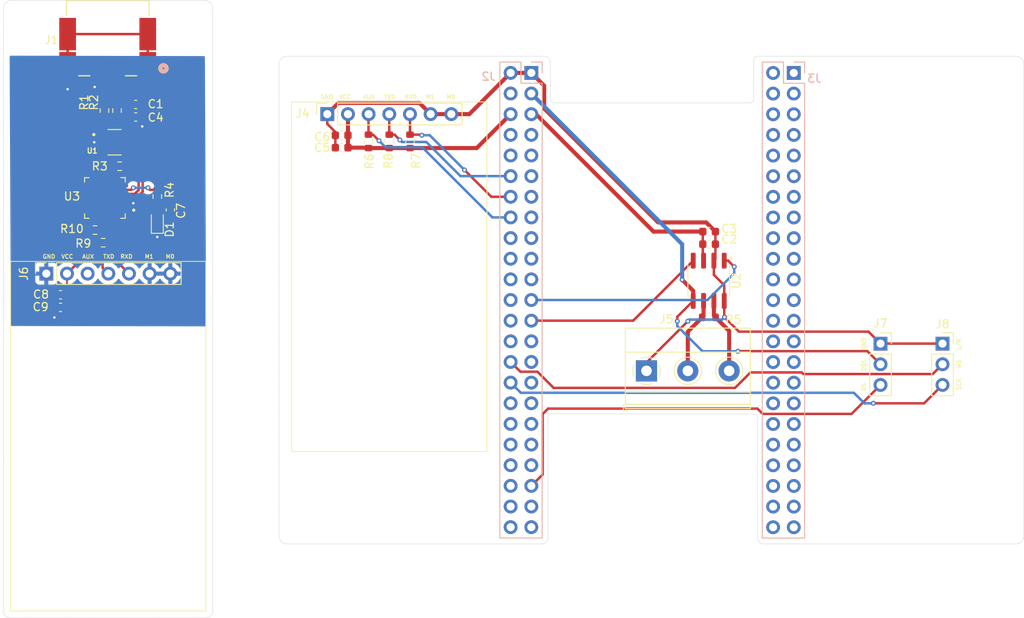
<source format=kicad_pcb>
(kicad_pcb (version 20240108) (generator "pcbnew") (generator_version "8.0")
  (layers (0 "F.Cu" signal) (31 "B.Cu" signal) (34 "B.Paste" user) (35 "F.Paste" user) (36 "B.SilkS" user "B.Silkscreen") (37 "F.SilkS" user "F.Silkscreen") (38 "B.Mask" user) (39 "F.Mask" user) (44 "Edge.Cuts" user))
  (net 0 "")
  (net 1 "/DGND")
  (net 2 "/VDD_5VL")
  (net 3 "/CANH")
  (net 4 "/CANL")
  (net 5 "/VDD_5VR")
  (net 6 "/MIC_SD")
  (net 7 "/LoRa_AUX")
  (net 8 "/MIC_WS")
  (net 9 "/CAN0_RXD")
  (net 10 "/MIC_SCK")
  (net 11 "/CAN0_TXD")
  (net 12 "/LoRa_RX")
  (net 13 "/LoRa_TX")
  (net 47 "/VBUS")
  (net 48 "/VDD_3V3R")
  (net 49 "/RXD")
  (net 50 "/TXD")
  (net 51 "/USB_D-")
  (net 52 "/RED_LED")
  (net 53 "/USB_D+")
  (net 54 "Net-(D1-A)")
  (net 55 "/CP_D+")
  (net 56 "/CP_D-")
  (net 104 "Net-(U3-~{RST})")
  (net 124 "GND")
  (net 125 "Net-(J1-D+)")
  (net 127 "Net-(J1-D-)")
  (footprint "Resistor_SMD:R_0603_1608Metric" (layer "F.Cu") (at 139.65 69.775 90)
    (property "Reference" "R6")
    (property "Value" "4k7")
  )
  (footprint "Connector_PinSocket_2.54mm:PinSocket_1x07_P2.54mm_Vertical" (layer "F.Cu") (at 134.585 66.425 90)
    (property "Reference" "J4")
    (property "Value" "Conn_01x07_Socket")
  )
  (footprint "Capacitor_SMD:C_0603_1608Metric" (layer "F.Cu") (at 181.51 80.875)
    (property "Reference" "C3")
    (property "Value" "0.1uF")
  )
  (footprint "Capacitor_SMD:C_0603_1608Metric" (layer "F.Cu") (at 101.8 88.65)
    (property "Reference" "C8")
    (property "Value" "4.7uF")
  )
  (footprint "Resistor_SMD:R_0603_1608Metric" (layer "F.Cu") (at 144.75 69.775 90)
    (property "Reference" "R7")
    (property "Value" "4k7")
  )
  (footprint "Capacitor_SMD:C_0603_1608Metric" (layer "F.Cu") (at 181.51 82.425)
    (property "Reference" "C2")
    (property "Value" "0.1uF")
  )
  (footprint "Resistor_SMD:R_0603_1608Metric" (layer "F.Cu") (at 106.0425 80.6875)
    (property "Reference" "R10")
    (property "Value" "4k7")
  )
  (footprint "Resistor_SMD:R_0603_1608Metric" (layer "F.Cu") (at 108.7425 65.9875 90)
    (property "Reference" "R1")
    (property "Value" "22")
  )
  (footprint "Connector_PinSocket_2.54mm:PinSocket_1x03_P2.54mm_Vertical" (layer "F.Cu") (at 210.2 94.655)
    (property "Reference" "J8")
    (property "Value" "Conn_01x03_Socket" (hide yes))
  )
  (footprint "Capacitor_SMD:C_0603_1608Metric" (layer "F.Cu") (at 115.2925 78.2125 -90)
    (property "Reference" "C7")
    (property "Value" "0.1uF")
  )
  (footprint "565790576:56579-0576_MOL" (layer "F.Cu") (at 107.5925 57.0875 180)
    (property "Reference" "J1")
    (property "Value" "565790576")
  )
  (footprint "Resistor_SMD:R_0603_1608Metric" (layer "F.Cu") (at 107.1925 65.9875 -90)
    (property "Reference" "R2")
    (property "Value" "22")
  )
  (footprint "USBLC6-2SC6:SOT95P280X145-6N" (layer "F.Cu") (at 108.4425 69.8875)
    (property "Reference" "U1")
    (property "Value" "USBLC6-2SC6")
  )
  (footprint "TerminalBlock_Phoenix:TerminalBlock_Phoenix_MKDS-1,5-3-5.08_1x03_P5.08mm_Horizontal" (layer "F.Cu") (at 173.815 98.005)
    (property "Reference" "J5")
    (property "Value" "Screw_Terminal_01x03")
  )
  (footprint "Capacitor_SMD:C_0603_1608Metric" (layer "F.Cu") (at 101.8 90.2)
    (property "Reference" "C9")
    (property "Value" "4.7uF")
  )
  (footprint "Package_SO:SOIC-8_3.9x4.9mm_P1.27mm" (layer "F.Cu") (at 181.465 86.925 -90)
    (property "Reference" "U2")
    (property "Value" "TJA1051T-3")
  )
  (footprint "Capacitor_SMD:C_0603_1608Metric" (layer "F.Cu") (at 111.0425 65.2375)
    (property "Reference" "C1")
    (property "Value" "0.1uF")
  )
  (footprint "LED_SMD:LED_0603_1608Metric" (layer "F.Cu") (at 113.6925 79.6 90)
    (property "Reference" "D1")
    (property "Value" "LED")
  )
  (footprint "Resistor_SMD:R_0603_1608Metric" (layer "F.Cu") (at 113.6925 76.5625 -90)
    (property "Reference" "R4")
    (property "Value" "220")
  )
  (footprint "Resistor_SMD:R_0603_1608Metric" (layer "F.Cu") (at 181.485 91.425 180)
    (property "Reference" "R5")
    (property "Value" "120")
  )
  (footprint "Connector_PinSocket_2.54mm:PinSocket_1x03_P2.54mm_Vertical" (layer "F.Cu") (at 202.58 94.66)
    (property "Reference" "J7")
    (property "Value" "Conn_01x03_Socket" (hide yes))
  )
  (footprint "CP2102:QFN50P500X500X100-29N" (layer "F.Cu") (at 107.2525 76.7375 180)
    (property "Reference" "U3")
    (property "Value" "CP2102")
  )
  (footprint "Capacitor_SMD:C_0603_1608Metric" (layer "F.Cu") (at 111.0425 66.7875)
    (property "Reference" "C4")
    (property "Value" "0.1uF")
  )
  (footprint "Connector_PinSocket_2.54mm:PinSocket_1x07_P2.54mm_Vertical" (layer "F.Cu") (at 100.05 86.045 90)
    (property "Reference" "J6")
    (property "Value" "Conn_01x07_Socket")
  )
  (footprint "Resistor_SMD:R_0603_1608Metric" (layer "F.Cu") (at 109.0675 72.8375 180)
    (property "Reference" "R3")
    (property "Value" "4.7k")
  )
  (footprint "Resistor_SMD:R_0603_1608Metric" (layer "F.Cu") (at 107.0425 82.2375)
    (property "Reference" "R9")
    (property "Value" "4k7")
  )
  (footprint "Capacitor_SMD:C_0603_1608Metric" (layer "F.Cu") (at 136.35 70.55)
    (property "Reference" "C5")
    (property "Value" "0.1uF")
  )
  (footprint "Capacitor_SMD:C_0603_1608Metric" (layer "F.Cu") (at 136.35 69.025)
    (property "Reference" "C6")
    (property "Value" "0.1uF")
  )
  (footprint "Resistor_SMD:R_0603_1608Metric" (layer "F.Cu") (at 142.2 69.775 90)
    (property "Reference" "R8")
    (property "Value" "4k7")
  )
  (footprint "Connector_PinHeader_2.54mm:PinHeader_2x23_P2.54mm_Vertical" (layer "B.Cu") (at 191.919661 61.362621 180)
    (property "Reference" "J3")
    (property "Value" "Conn_02x23_Odd_Even" (hide yes))
  )
  (footprint "Connector_PinHeader_2.54mm:PinHeader_2x23_P2.54mm_Vertical" (layer "B.Cu") (at 159.659661 61.352621 180)
    (property "Reference" "J2")
    (property "Value" "Conn_02x23_Odd_Even" (hide yes))
  )
  (gr_line (start 130.2 107.925) (end 130.2 64.925) (stroke (width 0.1)) (layer "F.SilkS"))
  (gr_line (start 95.65 84.545) (end 119.65 84.545) (stroke (width 0.1)) (layer "F.SilkS"))
  (gr_line (start 119.65 84.545) (end 119.65 127.545) (stroke (width 0.1)) (layer "F.SilkS"))
  (gr_line (start 95.65 127.545) (end 95.65 84.545) (stroke (width 0.1)) (layer "F.SilkS"))
  (gr_line (start 119.65 127.545) (end 95.65 127.545) (stroke (width 0.1)) (layer "F.SilkS"))
  (gr_line (start 154.2 107.925) (end 130.2 107.925) (stroke (width 0.1)) (layer "F.SilkS"))
  (gr_line (start 130.2 64.925) (end 154.2 64.925) (stroke (width 0.1)) (layer "F.SilkS"))
  (gr_line (start 154.2 64.925) (end 154.2 107.925) (stroke (width 0.1)) (layer "F.SilkS"))
  (gr_arc (start 220.2 118.3) (mid 219.907107 119.007107) (end 219.2 119.3) (stroke (width 0.05)) (layer "Edge.Cuts"))
  (gr_line (start 186.496447 65.05) (end 186.2 65.05) (stroke (width 0.05)) (layer "Edge.Cuts"))
  (gr_line (start 193.2 119.3) (end 188.2 119.3) (stroke (width 0.05)) (layer "Edge.Cuts"))
  (gr_line (start 94.8 124.895) (end 94.8 127.545) (stroke (width 0.05)) (layer "Edge.Cuts"))
  (gr_line (start 120.5 119.995) (end 120.5 117.595) (stroke (width 0.05)) (layer "Edge.Cuts"))
  (gr_line (start 128.65 63.675) (end 128.65 65.325) (stroke (width 0.05)) (layer "Edge.Cuts"))
  (gr_arc (start 186.996447 64.55) (mid 186.85 64.903553) (end 186.496447 65.05) (stroke (width 0.05)) (layer "Edge.Cuts"))
  (gr_line (start 94.8 109.195) (end 94.8 113.295) (stroke (width 0.05)) (layer "Edge.Cuts"))
  (gr_arc (start 186.95 103.3) (mid 187.303553 103.446447) (end 187.45 103.8) (stroke (width 0.05)) (layer "Edge.Cuts"))
  (gr_line (start 94.8 127.545) (end 94.8 127.595) (stroke (width 0.05)) (layer "Edge.Cuts"))
  (gr_line (start 135.95 119.3) (end 146.2 119.3) (stroke (width 0.05)) (layer "Edge.Cuts"))
  (gr_line (start 109.7 128.395) (end 113.9 128.395) (stroke (width 0.05)) (layer "Edge.Cuts"))
  (gr_line (start 128.65 85.225) (end 128.65 87.475) (stroke (width 0.05)) (layer "Edge.Cuts"))
  (gr_line (start 187.45 103.8) (end 187.45 105.8) (stroke (width 0.05)) (layer "Edge.Cuts"))
  (gr_line (start 120.4925 53.4375) (end 120.5 56.795) (stroke (width 0.05)) (layer "Edge.Cuts"))
  (gr_line (start 120.5 79.095) (end 120.5 64.195) (stroke (width 0.05)) (layer "Edge.Cuts"))
  (gr_line (start 94.8 98.945) (end 94.8 104.195) (stroke (width 0.05)) (layer "Edge.Cuts"))
  (gr_line (start 206.9 59.3) (end 209.15 59.3) (stroke (width 0.05)) (layer "Edge.Cuts"))
  (gr_line (start 94.8 108.695) (end 94.8 109.195) (stroke (width 0.05)) (layer "Edge.Cuts"))
  (gr_line (start 220.2 61.45) (end 220.2 60.3) (stroke (width 0.05)) (layer "Edge.Cuts"))
  (gr_line (start 158.575 59.3) (end 151.825 59.3) (stroke (width 0.05)) (layer "Edge.Cuts"))
  (gr_arc (start 128.65 60.3) (mid 128.942893 59.592893) (end 129.65 59.3) (stroke (width 0.05)) (layer "Edge.Cuts"))
  (gr_line (start 195.45 59.3) (end 201.4 59.3) (stroke (width 0.05)) (layer "Edge.Cuts"))
  (gr_line (start 128.65 80.475) (end 128.65 85.225) (stroke (width 0.05)) (layer "Edge.Cuts"))
  (gr_line (start 128.65 76.825) (end 128.65 80.475) (stroke (width 0.05)) (layer "Edge.Cuts"))
  (gr_line (start 209.15 59.3) (end 211.15 59.3) (stroke (width 0.05)) (layer "Edge.Cuts"))
  (gr_arc (start 94.788231 53.43) (mid 95.118625 52.692849) (end 95.885003 52.437472) (stroke (width 0.05)) (layer "Edge.Cuts"))
  (gr_line (start 187 59.8) (end 187 60.05) (stroke (width 0.05)) (layer "Edge.Cuts"))
  (gr_arc (start 161.7 118.55) (mid 161.48033 119.08033) (end 160.95 119.3) (stroke (width 0.05)) (layer "Edge.Cuts"))
  (gr_line (start 128.65 100.125) (end 128.65 103.125) (stroke (width 0.05)) (layer "Edge.Cuts"))
  (gr_line (start 128.65 103.125) (end 128.65 105.875) (stroke (width 0.05)) (layer "Edge.Cuts"))
  (gr_line (start 220.2 82.6) (end 220.2 87) (stroke (width 0.05)) (layer "Edge.Cuts"))
  (gr_line (start 187.95 59.3) (end 187.503553 59.303553) (stroke (width 0.05)) (layer "Edge.Cuts"))
  (gr_line (start 128.647931 61.125) (end 128.65 62.525) (stroke (width 0.05)) (layer "Edge.Cuts"))
  (gr_arc (start 161.7 103.8) (mid 161.846447 103.446447) (end 162.2 103.3) (stroke (width 0.05)) (layer "Edge.Cuts"))
  (gr_line (start 98.25 128.395) (end 102.55 128.395) (stroke (width 0.05)) (layer "Edge.Cuts"))
  (gr_line (start 94.8 117.595) (end 94.8 118.645) (stroke (width 0.05)) (layer "Edge.Cuts"))
  (gr_arc (start 129.65 119.3) (mid 128.942893 119.007107) (end 128.65 118.3) (stroke (width 0.05)) (layer "Edge.Cuts"))
  (gr_line (start 211.9 59.3) (end 219.05 59.3) (stroke (width 0.05)) (layer "Edge.Cuts"))
  (gr_arc (start 187.003553 59.803553) (mid 187.15 59.45) (end 187.503553 59.303553) (stroke (width 0.05)) (layer "Edge.Cuts"))
  (gr_line (start 128.65 66.875) (end 128.65 69.925) (stroke (width 0.05)) (layer "Edge.Cuts"))
  (gr_line (start 205.95 119.3) (end 213.05 119.3) (stroke (width 0.05)) (layer "Edge.Cuts"))
  (gr_arc (start 219.2 59.3) (mid 219.907107 59.592893) (end 220.2 60.3) (stroke (width 0.05)) (layer "Edge.Cuts"))
  (gr_line (start 120.5 100.195) (end 120.5 92.595) (stroke (width 0.05)) (layer "Edge.Cuts"))
  (gr_line (start 161.7 103.8) (end 161.7 104.55) (stroke (width 0.05)) (layer "Edge.Cuts"))
  (gr_line (start 94.8 104.195) (end 94.8 108.695) (stroke (width 0.05)) (layer "Edge.Cuts"))
  (gr_line (start 211.15 59.3) (end 211.9 59.3) (stroke (width 0.05)) (layer "Edge.Cuts"))
  (gr_line (start 128.65 87.475) (end 128.65 90.825) (stroke (width 0.05)) (layer "Edge.Cuts"))
  (gr_line (start 128.65 65.325) (end 128.65 66.875) (stroke (width 0.05)) (layer "Edge.Cuts"))
  (gr_line (start 128.65 73.125) (end 128.65 75.025) (stroke (width 0.05)) (layer "Edge.Cuts"))
  (gr_line (start 94.788231 53.43) (end 94.795731 56.795) (stroke (width 0.05)) (layer "Edge.Cuts"))
  (gr_line (start 120.5 86.445) (end 120.5 79.095) (stroke (width 0.05)) (layer "Edge.Cuts"))
  (gr_line (start 100.5925 52.4375) (end 119.4925 52.4375) (stroke (width 0.05)) (layer "Edge.Cuts"))
  (gr_line (start 94.8 88.795) (end 94.8 91.895) (stroke (width 0.05)) (layer "Edge.Cuts"))
  (gr_line (start 135.947931 59.3) (end 129.65 59.3) (stroke (width 0.05)) (layer "Edge.Cuts"))
  (gr_line (start 186.2 65.05) (end 162.7 65.05) (stroke (width 0.05)) (layer "Edge.Cuts"))
  (gr_line (start 120.5 109.845) (end 120.5 108.245) (stroke (width 0.05)) (layer "Edge.Cuts"))
  (gr_line (start 105.45 128.395) (end 109.7 128.395) (stroke (width 0.05)) (layer "Edge.Cuts"))
  (gr_line (start 193.2 119.3) (end 205.95 119.3) (stroke (width 0.05)) (layer "Edge.Cuts"))
  (gr_line (start 128.65 108.525) (end 128.65 114.675) (stroke (width 0.05)) (layer "Edge.Cuts"))
  (gr_line (start 220.2 87) (end 220.2 91.7125) (stroke (width 0.05)) (layer "Edge.Cuts"))
  (gr_line (start 94.8 113.295) (end 94.8 117.595) (stroke (width 0.05)) (layer "Edge.Cuts"))
  (gr_line (start 120.5 117.595) (end 120.5 109.845) (stroke (width 0.05)) (layer "Edge.Cuts"))
  (gr_line (start 120.5 64.195) (end 120.5 56.795) (stroke (width 0.05)) (layer "Edge.Cuts"))
  (gr_line (start 213.05 119.3) (end 219.2 119.3) (stroke (width 0.05)) (layer "Edge.Cuts"))
  (gr_line (start 160.95 59.3) (end 161.26967 59.31967) (stroke (width 0.05)) (layer "Edge.Cuts"))
  (gr_arc (start 119.4925 52.4375) (mid 120.199607 52.730393) (end 120.4925 53.4375) (stroke (width 0.05)) (layer "Edge.Cuts"))
  (gr_line (start 120.5 122.995) (end 120.5 119.995) (stroke (width 0.05)) (layer "Edge.Cuts"))
  (gr_line (start 128.65 114.675) (end 128.65 118.3) (stroke (width 0.05)) (layer "Edge.Cuts"))
  (gr_line (start 220.2 61.45) (end 220.2 76.65) (stroke (width 0.05)) (layer "Edge.Cuts"))
  (gr_line (start 219.05 59.3) (end 219.2 59.3) (stroke (width 0.05)) (layer "Edge.Cuts"))
  (gr_line (start 94.8 123.345) (end 94.8 124.895) (stroke (width 0.05)) (layer "Edge.Cuts"))
  (gr_line (start 220.2 82.6) (end 220.2 76.65) (stroke (width 0.05)) (layer "Edge.Cuts"))
  (gr_line (start 187.95 59.3) (end 195.45 59.3) (stroke (width 0.05)) (layer "Edge.Cuts"))
  (gr_line (start 162.5 65.05) (end 162.7 65.05) (stroke (width 0.05)) (layer "Edge.Cuts"))
  (gr_line (start 158.575 59.3) (end 160.95 59.3) (stroke (width 0.05)) (layer "Edge.Cuts"))
  (gr_line (start 146.7 59.3) (end 135.947931 59.3) (stroke (width 0.05)) (layer "Edge.Cuts"))
  (gr_arc (start 188.2 119.3) (mid 187.66967 119.08033) (end 187.45 118.55) (stroke (width 0.05)) (layer "Edge.Cuts"))
  (gr_arc (start 120.5 127.545) (mid 120.251041 128.146041) (end 119.65 128.395) (stroke (width 0.05)) (layer "Edge.Cuts"))
  (gr_line (start 128.65 75.025) (end 128.65 76.825) (stroke (width 0.05)) (layer "Edge.Cuts"))
  (gr_line (start 94.795731 88.795) (end 94.795731 56.795) (stroke (width 0.05)) (layer "Edge.Cuts"))
  (gr_arc (start 161.26967 59.31967) (mid 161.786091 59.533579) (end 162 60.05) (stroke (width 0.05)) (layer "Edge.Cuts"))
  (gr_line (start 128.65 69.925) (end 128.65 73.125) (stroke (width 0.05)) (layer "Edge.Cuts"))
  (gr_line (start 120.5 127.545) (end 120.5 122.995) (stroke (width 0.05)) (layer "Edge.Cuts"))
  (gr_line (start 205 59.3) (end 206.9 59.3) (stroke (width 0.05)) (layer "Edge.Cuts"))
  (gr_line (start 220.2 115.65) (end 220.2 101.8) (stroke (width 0.05)) (layer "Edge.Cuts"))
  (gr_line (start 160.95 119.3) (end 146.2 119.3) (stroke (width 0.05)) (layer "Edge.Cuts"))
  (gr_line (start 95.885 52.4375) (end 100.585 52.4375) (stroke (width 0.05)) (layer "Edge.Cuts"))
  (gr_line (start 94.8 118.645) (end 94.8 123.345) (stroke (width 0.05)) (layer "Edge.Cuts"))
  (gr_line (start 129.65 119.3) (end 135.95 119.3) (stroke (width 0.05)) (layer "Edge.Cuts"))
  (gr_line (start 146.7 59.3) (end 151.7 59.3) (stroke (width 0.05)) (layer "Edge.Cuts"))
  (gr_line (start 220.2 101.8) (end 220.2 91.7125) (stroke (width 0.05)) (layer "Edge.Cuts"))
  (gr_line (start 94.8 91.895) (end 94.8 95.645) (stroke (width 0.05)) (layer "Edge.Cuts"))
  (gr_line (start 128.65 94.375) (end 128.65 98.275) (stroke (width 0.05)) (layer "Edge.Cuts"))
  (gr_line (start 187.45 118.55) (end 187.45 105.8) (stroke (width 0.05)) (layer "Edge.Cuts"))
  (gr_line (start 120.5 108.245) (end 120.5 100.195) (stroke (width 0.05)) (layer "Edge.Cuts"))
  (gr_line (start 201.4 59.3) (end 205 59.3) (stroke (width 0.05)) (layer "Edge.Cuts"))
  (gr_line (start 186.996447 60.05) (end 186.996447 64.55) (stroke (width 0.05)) (layer "Edge.Cuts"))
  (gr_line (start 151.825 59.3) (end 151.7 59.3) (stroke (width 0.05)) (layer "Edge.Cuts"))
  (gr_line (start 220.2 118.3) (end 220.2 115.65) (stroke (width 0.05)) (layer "Edge.Cuts"))
  (gr_line (start 128.65 90.825) (end 128.65 94.375) (stroke (width 0.05)) (layer "Edge.Cuts"))
  (gr_line (start 94.8 95.645) (end 94.8 98.945) (stroke (width 0.05)) (layer "Edge.Cuts"))
  (gr_line (start 128.65 98.275) (end 128.65 100.125) (stroke (width 0.05)) (layer "Edge.Cuts"))
  (gr_line (start 95.6 128.395) (end 98.25 128.395) (stroke (width 0.05)) (layer "Edge.Cuts"))
  (gr_line (start 128.65 60.3) (end 128.647931 61.125) (stroke (width 0.05)) (layer "Edge.Cuts"))
  (gr_line (start 162.2 103.3) (end 186.95 103.3) (stroke (width 0.05)) (layer "Edge.Cuts"))
  (gr_line (start 162 60.05) (end 162 64.55) (stroke (width 0.05)) (layer "Edge.Cuts"))
  (gr_line (start 161.7 118.55) (end 161.7 104.55) (stroke (width 0.05)) (layer "Edge.Cuts"))
  (gr_line (start 102.55 128.395) (end 105.45 128.395) (stroke (width 0.05)) (layer "Edge.Cuts"))
  (gr_line (start 128.65 62.525) (end 128.65 63.675) (stroke (width 0.05)) (layer "Edge.Cuts"))
  (gr_line (start 113.9 128.395) (end 118.9 128.395) (stroke (width 0.05)) (layer "Edge.Cuts"))
  (gr_arc (start 95.6 128.395) (mid 95.034315 128.160685) (end 94.8 127.595) (stroke (width 0.05)) (layer "Edge.Cuts"))
  (gr_line (start 128.65 105.875) (end 128.65 108.525) (stroke (width 0.05)) (layer "Edge.Cuts"))
  (gr_line (start 120.5 92.595) (end 120.5 86.445) (stroke (width 0.05)) (layer "Edge.Cuts"))
  (gr_line (start 118.9 128.395) (end 119.65 128.395) (stroke (width 0.05)) (layer "Edge.Cuts"))
  (gr_arc (start 162.5 65.05) (mid 162.146447 64.903553) (end 162 64.55) (stroke (width 0.05)) (layer "Edge.Cuts"))
  (gr_text "VDD" (at 200.2 96.64 -90) (layer "F.SilkS") (effects (font (size 0.5 0.5) (thickness 0.1) (bold yes)) (justify left bottom)))
  (gr_text "SCK" (at 212.5 100.44 90) (layer "F.SilkS") (effects (font (size 0.5 0.5) (thickness 0.1) (bold yes)) (justify left bottom)))
  (gr_text "L/R" (at 212.5 95.54 90) (layer "F.SilkS") (effects (font (size 0.5 0.5) (thickness 0.1) (bold yes)) (justify left bottom)))
  (gr_text "GND" (at 200.2 93.84 270) (layer "F.SilkS") (effects (font (size 0.5 0.5) (thickness 0.1) (bold yes)) (justify left bottom)))
  (gr_text "SD" (at 200.2 99.44 270) (layer "F.SilkS") (effects (font (size 0.5 0.5) (thickness 0.1) (bold yes)) (justify left bottom)))
  (gr_text "GND  VCC    AUX   TXD   RXD   M1    M0" (at 133.7 64.6 0) (layer "F.SilkS") (effects (font (size 0.5 0.5) (thickness 0.1) (bold yes)) (justify left bottom)))
  (gr_text "GND  VCC   AUX   TXD  RXD    M1    M0" (at 99.55 84.245 0) (layer "F.SilkS") (effects (font (size 0.5 0.5) (thickness 0.1) (bold yes)) (justify left bottom)))
  (gr_text "WS" (at 212.5 97.74 90) (layer "F.SilkS") (effects (font (size 0.5 0.5) (thickness 0.1) (bold yes)) (justify left bottom)))
  (segment (start 182.285 80.875) (end 181.46 80.05) (width 0.5) (layer "F.Cu") (net 1))
  (segment (start 182.285 84.265) (end 182.1 84.45) (width 0.3) (layer "F.Cu") (net 1))
  (segment (start 181.15 79.75) (end 175.25 79.75) (width 0.5) (layer "F.Cu") (net 1))
  (segment (start 201.102621 93.182621) (end 185.182621 93.182621) (width 0.3) (layer "F.Cu") (net 1))
  (segment (start 147.285 66.425) (end 145.91 65.05) (width 0.5) (layer "F.Cu") (net 1))
  (segment (start 134.585 66.425) (end 134.585 66.685) (width 0.2) (layer "F.Cu") (net 1))
  (segment (start 185.182621 93.182621) (end 183.4 91.4) (width 0.3) (layer "F.Cu") (net 1))
  (segment (start 178.9 91.9) (end 173.815 96.985) (width 0.3) (layer "F.Cu") (net 1))
  (segment (start 149.825 66.425) (end 147.285 66.425) (width 0.5) (layer "F.Cu") (net 1))
  (segment (start 161.239874 65.739874) (end 161.4 65.9) (width 0.5) (layer "F.Cu") (net 1))
  (segment (start 173.815 96.985) (end 173.815 98.005) (width 0.3) (layer "F.Cu") (net 1))
  (segment (start 175.2 79.7) (end 161.4 65.9) (width 0.5) (layer "F.Cu") (net 1))
  (segment (start 135.575 70.55) (end 135.575 69.025) (width 0.3) (layer "F.Cu") (net 1))
  (segment (start 135.96 65.05) (end 134.585 66.425) (width 0.5) (layer "F.Cu") (net 1))
  (segment (start 149.825 66.425) (end 152.047282 66.425) (width 0.5) (layer "F.Cu") (net 1))
  (segment (start 181.46 80.05) (end 181.45 80.05) (width 0.3) (layer "F.Cu") (net 1))
  (segment (start 182.285 82.425) (end 182.285 80.875) (width 0.3) (layer "F.Cu") (net 1))
  (segment (start 202.58 94.66) (end 201.102621 93.182621) (width 0.3) (layer "F.Cu") (net 1))
  (segment (start 202.585 94.655) (end 202.58 94.66) (width 0.3) (layer "F.Cu") (net 1))
  (segment (start 183.37 91.37) (end 183.37 89.4) (width 0.3) (layer "F.Cu") (net 1))
  (segment (start 134.585 67.635) (end 134.585 66.425) (width 0.3) (layer "F.Cu") (net 1))
  (segment (start 210.2 94.655) (end 202.585 94.655) (width 0.3) (layer "F.Cu") (net 1))
  (segment (start 183.4 91.4) (end 183.37 91.37) (width 0.3) (layer "F.Cu") (net 1))
  (segment (start 135.575 69.025) (end 135.575 68.625) (width 0.3) (layer "F.Cu") (net 1))
  (segment (start 159.659661 61.352621) (end 157.119661 61.352621) (width 0.5) (layer "F.Cu") (net 1))
  (segment (start 183.37 87.47) (end 182.1 86.2) (width 0.3) (layer "F.Cu") (net 1))
  (segment (start 161.239874 62.932834) (end 161.239874 65.739874) (width 0.5) (layer "F.Cu") (net 1))
  (segment (start 182.1 86.2) (end 182.1 84.45) (width 0.3) (layer "F.Cu") (net 1))
  (segment (start 175.25 79.75) (end 175.2 79.7) (width 0.3) (layer "F.Cu") (net 1))
  (segment (start 183.37 89.4) (end 183.37 87.47) (width 0.3) (layer "F.Cu") (net 1))
  (segment (start 159.659661 61.352621) (end 161.239874 62.932834) (width 0.5) (layer "F.Cu") (net 1))
  (segment (start 182.285 82.425) (end 182.285 84.265) (width 0.3) (layer "F.Cu") (net 1))
  (segment (start 135.575 68.625) (end 134.585 67.635) (width 0.3) (layer "F.Cu") (net 1))
  (segment (start 152.047282 66.425) (end 157.119661 61.352621) (width 0.5) (layer "F.Cu") (net 1))
  (segment (start 145.91 65.05) (end 135.96 65.05) (width 0.5) (layer "F.Cu") (net 1))
  (segment (start 181.45 80.05) (end 181.15 79.75) (width 0.5) (layer "F.Cu") (net 1))
  (via (at 183.4 91.4) (size 0.6) (drill 0.3) (layers "F.Cu" "B.Cu") (net 1))
  (via (at 178.9 91.9) (size 0.6) (drill 0.3) (layers "F.Cu" "B.Cu") (net 1))
  (segment (start 134.585 66.425) (end 134.585 66.115) (width 0.2) (layer "B.Cu") (net 1))
  (segment (start 183.4 91.4) (end 183.1 91.7) (width 0.3) (layer "B.Cu") (net 1))
  (segment (start 179.1 91.7) (end 178.9 91.9) (width 0.3) (layer "B.Cu") (net 1))
  (segment (start 147.285 66.425) (end 147.285 66.385) (width 0.3) (layer "B.Cu") (net 1))
  (segment (start 183.1 91.7) (end 179.1 91.7) (width 0.3) (layer "B.Cu") (net 1))
  (segment (start 144.75 70.6) (end 152.952282 70.6) (width 0.5) (layer "F.Cu") (net 2))
  (segment (start 139.65 70.6) (end 142.2 70.6) (width 0.5) (layer "F.Cu") (net 2))
  (segment (start 137.125 66.425) (end 137.125 69.025) (width 0.5) (layer "F.Cu") (net 2))
  (segment (start 137.125 70.55) (end 139.6 70.55) (width 0.5) (layer "F.Cu") (net 2))
  (segment (start 139.6 70.55) (end 139.65 70.6) (width 0.3) (layer "F.Cu") (net 2))
  (segment (start 142.2 70.6) (end 144.75 70.6) (width 0.5) (layer "F.Cu") (net 2))
  (segment (start 152.952282 70.6) (end 157.119661 66.432621) (width 0.5) (layer "F.Cu") (net 2))
  (segment (start 137.125 69.025) (end 137.125 70.55) (width 0.5) (layer "F.Cu") (net 2))
  (segment (start 183.975 98.005) (end 183.975 93.09) (width 0.5) (layer "F.Cu") (net 3))
  (segment (start 183.975 93.09) (end 182.31 91.425) (width 0.5) (layer "F.Cu") (net 3))
  (segment (start 182.1 89.4) (end 182.1 91.215) (width 0.5) (layer "F.Cu") (net 3))
  (segment (start 182.1 91.215) (end 182.31 91.425) (width 0.3) (layer "F.Cu") (net 3))
  (segment (start 178.895 93.19) (end 180.66 91.425) (width 0.5) (layer "F.Cu") (net 4))
  (segment (start 180.83 89.4) (end 180.83 91.255) (width 0.5) (layer "F.Cu") (net 4))
  (segment (start 180.83 91.255) (end 180.66 91.425) (width 0.3) (layer "F.Cu") (net 4))
  (segment (start 178.895 98.005) (end 178.895 93.19) (width 0.5) (layer "F.Cu") (net 4))
  (segment (start 180.735 80.875) (end 174.675 80.875) (width 0.5) (layer "F.Cu") (net 5))
  (segment (start 180.735 80.875) (end 180.735 82.425) (width 0.3) (layer "F.Cu") (net 5))
  (segment (start 180.735 84.355) (end 180.83 84.45) (width 0.3) (layer "F.Cu") (net 5))
  (segment (start 160.232621 66.432621) (end 159.659661 66.432621) (width 0.5) (layer "F.Cu") (net 5))
  (segment (start 174.675 80.875) (end 160.232621 66.432621) (width 0.5) (layer "F.Cu") (net 5))
  (segment (start 180.735 82.425) (end 180.735 84.355) (width 0.3) (layer "F.Cu") (net 5))
  (segment (start 202.58 99.74) (end 199.02 103.3) (width 0.3) (layer "F.Cu") (net 6))
  (segment (start 188.1 103.3) (end 187.45 102.65) (width 0.3) (layer "F.Cu") (net 6))
  (segment (start 187.45 102.65) (end 161.719608 102.65) (width 0.3) (layer "F.Cu") (net 6))
  (segment (start 199.02 103.3) (end 188.1 103.3) (width 0.3) (layer "F.Cu") (net 6))
  (segment (start 161.05 103.319608) (end 161.05 110.762282) (width 0.3) (layer "F.Cu") (net 6))
  (segment (start 161.05 110.762282) (end 159.659661 112.152621) (width 0.3) (layer "F.Cu") (net 6))
  (segment (start 202.58 99.74) (end 202.08 99.24) (width 0.3) (layer "F.Cu") (net 6))
  (segment (start 201.869608 99.74) (end 202.58 99.74) (width 0.3) (layer "F.Cu") (net 6))
  (segment (start 161.719608 102.65) (end 161.05 103.319608) (width 0.3) (layer "F.Cu") (net 6))
  (segment (start 139.65 68.95) (end 139.65 66.44) (width 0.3) (layer "F.Cu") (net 7))
  (segment (start 139.65 66.44) (end 139.665 66.425) (width 0.3) (layer "F.Cu") (net 7))
  (segment (start 139.65 68.95) (end 140.2 68.95) (width 0.3) (layer "F.Cu") (net 7))
  (segment (start 140.2 68.95) (end 140.95 69.7) (width 0.3) (layer "F.Cu") (net 7))
  (via (at 140.95 69.7) (size 0.6) (drill 0.3) (layers "F.Cu" "B.Cu") (net 7))
  (segment (start 140.95 69.7) (end 141.75 70.5) (width 0.3) (layer "B.Cu") (net 7))
  (segment (start 154.882621 79.132621) (end 157.119661 79.132621) (width 0.3) (layer "B.Cu") (net 7))
  (segment (start 146.25 70.5) (end 154.882621 79.132621) (width 0.3) (layer "B.Cu") (net 7))
  (segment (start 141.75 70.5) (end 146.25 70.5) (width 0.3) (layer "B.Cu") (net 7))
  (segment (start 192.9 98.2) (end 186.6 98.2) (width 0.3) (layer "F.Cu") (net 8))
  (segment (start 193.1 98.4) (end 192.9 98.2) (width 0.3) (layer "F.Cu") (net 8))
  (segment (start 184.7 100.1) (end 162.399999 100.1) (width 0.3) (layer "F.Cu") (net 8))
  (segment (start 158.319661 98.112621) (end 157.119661 96.912621) (width 0.3) (layer "F.Cu") (net 8))
  (segment (start 162.399999 100.1) (end 160.41262 98.112621) (width 0.3) (layer "F.Cu") (net 8))
  (segment (start 186.6 98.2) (end 184.7 100.1) (width 0.3) (layer "F.Cu") (net 8))
  (segment (start 210.2 97.195) (end 208.995 98.4) (width 0.3) (layer "F.Cu") (net 8))
  (segment (start 160.41262 98.112621) (end 158.319661 98.112621) (width 0.3) (layer "F.Cu") (net 8))
  (segment (start 208.995 98.4) (end 193.1 98.4) (width 0.3) (layer "F.Cu") (net 8))
  (segment (start 179.56 84.45) (end 172.177379 91.832621) (width 0.3) (layer "F.Cu") (net 9))
  (segment (start 172.177379 91.832621) (end 159.659661 91.832621) (width 0.3) (layer "F.Cu") (net 9))
  (segment (start 210.2 99.735) (end 207.935 102) (width 0.3) (layer "F.Cu") (net 10))
  (segment (start 207.935 102) (end 201.7 102) (width 0.3) (layer "F.Cu") (net 10))
  (via (at 201.7 102) (size 0.6) (drill 0.3) (layers "F.Cu" "B.Cu") (net 10))
  (segment (start 158.36704 100.7) (end 157.119661 99.452621) (width 0.3) (layer "B.Cu") (net 10))
  (segment (start 199.3 100.7) (end 158.36704 100.7) (width 0.3) (layer "B.Cu") (net 10))
  (segment (start 200.6 102) (end 199.3 100.7) (width 0.3) (layer "B.Cu") (net 10))
  (segment (start 201.7 102) (end 200.6 102) (width 0.3) (layer "B.Cu") (net 10))
  (segment (start 184.6 85.2) (end 183.85 84.45) (width 0.3) (layer "F.Cu") (net 11))
  (segment (start 183.85 84.45) (end 183.37 84.45) (width 0.3) (layer "F.Cu") (net 11))
  (segment (start 159.66704 89.3) (end 159.659661 89.292621) (width 0.3) (layer "F.Cu") (net 11))
  (via (at 184.6 85.2) (size 0.6) (drill 0.3) (layers "F.Cu" "B.Cu") (net 11))
  (segment (start 184.6 86) (end 181.307379 89.292621) (width 0.3) (layer "B.Cu") (net 11))
  (segment (start 184.6 85.2) (end 184.6 86) (width 0.3) (layer "B.Cu") (net 11))
  (segment (start 181.307379 89.292621) (end 159.659661 89.292621) (width 0.3) (layer "B.Cu") (net 11))
  (segment (start 146.2 69.025) (end 146.125 68.95) (width 0.3) (layer "F.Cu") (net 12))
  (segment (start 144.75 68.95) (end 144.75 66.43) (width 0.3) (layer "F.Cu") (net 12))
  (segment (start 146.125 68.95) (end 144.75 68.95) (width 0.3) (layer "F.Cu") (net 12))
  (segment (start 154.742621 76.592621) (end 157.119661 76.592621) (width 0.3) (layer "F.Cu") (net 12))
  (segment (start 145.15 66.83) (end 144.745 66.425) (width 0.2) (layer "F.Cu") (net 12))
  (segment (start 151.45 73.3) (end 154.742621 76.592621) (width 0.3) (layer "F.Cu") (net 12))
  (segment (start 144.75 66.43) (end 144.745 66.425) (width 0.3) (layer "F.Cu") (net 12))
  (via (at 151.45 73.3) (size 0.6) (drill 0.3) (layers "F.Cu" "B.Cu") (net 12))
  (via (at 146.2 69.025) (size 0.6) (drill 0.3) (layers "F.Cu" "B.Cu") (net 12))
  (segment (start 146.2 69.025) (end 147.175 69.025) (width 0.3) (layer "B.Cu") (net 12))
  (segment (start 147.175 69.025) (end 151.45 73.3) (width 0.3) (layer "B.Cu") (net 12))
  (segment (start 142.85 68.95) (end 142.2 68.95) (width 0.3) (layer "F.Cu") (net 13))
  (segment (start 142.2 68.95) (end 142.2 66.43) (width 0.3) (layer "F.Cu") (net 13))
  (segment (start 141.95 66.68) (end 142.205 66.425) (width 0.2) (layer "F.Cu") (net 13))
  (segment (start 142.2 66.43) (end 142.205 66.425) (width 0.3) (layer "F.Cu") (net 13))
  (segment (start 143.5 69.6) (end 142.85 68.95) (width 0.3) (layer "F.Cu") (net 13))
  (via (at 143.5 69.6) (size 0.6) (drill 0.3) (layers "F.Cu" "B.Cu") (net 13))
  (segment (start 146.75 69.85) (end 150.952621 74.052621) (width 0.3) (layer "B.Cu") (net 13))
  (segment (start 143.5 69.6) (end 143.75 69.85) (width 0.3) (layer "B.Cu") (net 13))
  (segment (start 143.75 69.85) (end 146.75 69.85) (width 0.3) (layer "B.Cu") (net 13))
  (segment (start 150.952621 74.052621) (end 157.119661 74.052621) (width 0.3) (layer "B.Cu") (net 13))
  (segment (start 109.0425 69.8875) (end 108.6925 70.2375) (width 0.3) (layer "F.Cu") (net 47))
  (segment (start 109.8925 72.8375) (end 109.8925 73.2275) (width 0.3) (layer "F.Cu") (net 47))
  (segment (start 110.2675 66.7875) (end 110.0925 66.7875) (width 0.3) (layer "F.Cu") (net 47))
  (segment (start 110.2675 65.0625) (end 109.1925 63.9875) (width 0.3) (layer "F.Cu") (net 47))
  (segment (start 109.8925 73.2275) (end 108.7525 74.3675) (width 0.3) (layer "F.Cu") (net 47))
  (segment (start 110.2675 65.2375) (end 110.2675 65.0625) (width 0.3) (layer "F.Cu") (net 47))
  (segment (start 109.6975 69.8875) (end 109.0425 69.8875) (width 0.3) (layer "F.Cu") (net 47))
  (segment (start 106.2175 82.2375) (end 106.2175 82.4175) (width 0.3) (layer "F.Cu") (net 47))
  (segment (start 106.2175 82.4175) (end 102.59 86.045) (width 0.3) (layer "F.Cu") (net 47))
  (segment (start 110.2675 66.7875) (end 108.6925 68.3625) (width 0.3) (layer "F.Cu") (net 47))
  (segment (start 110.2675 65.2375) (end 110.2675 66.7875) (width 0.3) (layer "F.Cu") (net 47))
  (segment (start 108.6925 68.3625) (end 108.6925 70.2375) (width 0.3) (layer "F.Cu") (net 47))
  (segment (start 107.1425 71.6375) (end 108.6925 71.6375) (width 0.3) (layer "F.Cu") (net 47))
  (segment (start 102.59 90.185) (end 102.575 90.2) (width 0.2) (layer "F.Cu") (net 47))
  (segment (start 109.6225 75.2375) (end 108.7525 74.3675) (width 0.3) (layer "F.Cu") (net 47))
  (segment (start 102.575 88.65) (end 102.575 90.2) (width 0.2) (layer "F.Cu") (net 47))
  (segment (start 102.59 88.635) (end 102.575 88.65) (width 0.2) (layer "F.Cu") (net 47))
  (segment (start 105.2175 80.6875) (end 103.8925 79.3625) (width 0.3) (layer "F.Cu") (net 47))
  (segment (start 102.59 86.045) (end 102.59 88.635) (width 0.2) (layer "F.Cu") (net 47))
  (segment (start 103.8925 79.3625) (end 103.8925 74.8875) (width 0.3) (layer "F.Cu") (net 47))
  (segment (start 103.8925 74.8875) (end 107.1425 71.6375) (width 0.3) (layer "F.Cu") (net 47))
  (segment (start 108.6925 70.2375) (end 108.6925 71.6375) (width 0.3) (layer "F.Cu") (net 47))
  (segment (start 108.6925 71.6375) (end 109.8925 72.8375) (width 0.3) (layer "F.Cu") (net 47))
  (segment (start 105.2175 80.6875) (end 105.2175 81.2375) (width 0.3) (layer "F.Cu") (net 47))
  (segment (start 109.1925 63.9875) (end 109.1925 60.8083) (width 0.3) (layer "F.Cu") (net 47))
  (segment (start 102.575 86.06) (end 102.59 86.045) (width 0.2) (layer "F.Cu") (net 47))
  (segment (start 105.2175 81.2375) (end 106.2175 82.2375) (width 0.3) (layer "F.Cu") (net 47))
  (segment (start 179.56 88.16) (end 178.2 86.8) (width 0.5) (layer "F.Cu") (net 48))
  (segment (start 179.56 89.4) (end 179.56 88.16) (width 0.5) (layer "F.Cu") (net 48))
  (segment (start 177.6 91.9) (end 177.6 91.36) (width 0.3) (layer "F.Cu") (net 48))
  (segment (start 185.032621 95.582621) (end 185.05 95.6) (width 0.3) (layer "F.Cu") (net 48))
  (segment (start 200.962621 95.582621) (end 202.58 97.2) (width 0.3) (layer "F.Cu") (net 48))
  (segment (start 185.032621 95.582621) (end 200.962621 95.582621) (width 0.3) (layer "F.Cu") (net 48))
  (segment (start 159.659661 64.559661) (end 159.659661 63.892621) (width 0.3) (layer "F.Cu") (net 48))
  (segment (start 177.6 91.36) (end 179.56 89.4) (width 0.3) (layer "F.Cu") (net 48))
  (via (at 177.6 91.9) (size 0.6) (drill 0.3) (layers "F.Cu" "B.Cu") (net 48))
  (via (at 178.2 86.8) (size 0.6) (drill 0.3) (layers "F.Cu" "B.Cu") (net 48))
  (via (at 185.05 95.6) (size 0.6) (drill 0.3) (layers "F.Cu" "B.Cu") (net 48))
  (segment (start 180.7 95.6) (end 177.6 92.5) (width 0.3) (layer "B.Cu") (net 48))
  (segment (start 185.05 95.6) (end 180.7 95.6) (width 0.3) (layer "B.Cu") (net 48))
  (segment (start 178.2 82.43296) (end 159.659661 63.892621) (width 0.5) (layer "B.Cu") (net 48))
  (segment (start 177.6 92.5) (end 177.6 91.9) (width 0.3) (layer "B.Cu") (net 48))
  (segment (start 178.2 86.8) (end 178.2 82.43296) (width 0.5) (layer "B.Cu") (net 48))
  (segment (start 107.8675 83.7025) (end 110.21 86.045) (width 0.3) (layer "F.Cu") (net 49))
  (segment (start 107.7525 82.1225) (end 107.8675 82.2375) (width 0.3) (layer "F.Cu") (net 49))
  (segment (start 107.8675 82.2375) (end 107.8675 83.7025) (width 0.3) (layer "F.Cu") (net 49))
  (segment (start 110.6 86.45) (end 110.195 86.045) (width 0.2) (layer "F.Cu") (net 49))
  (segment (start 107.7525 79.1075) (end 107.7525 82.1225) (width 0.3) (layer "F.Cu") (net 49))
  (segment (start 110.21 85.405) (end 110.21 86.045) (width 0.2) (layer "F.Cu") (net 49))
  (segment (start 107.2525 80.3025) (end 106.8675 80.6875) (width 0.3) (layer "F.Cu") (net 50))
  (segment (start 107.2525 79.1075) (end 107.2525 80.3025) (width 0.3) (layer "F.Cu") (net 50))
  (segment (start 106.9675 85.3425) (end 107.67 86.045) (width 0.3) (layer "F.Cu") (net 50))
  (segment (start 106.9675 80.7875) (end 106.9675 85.3425) (width 0.3) (layer "F.Cu") (net 50))
  (segment (start 106.8675 80.6875) (end 106.9675 80.7875) (width 0.3) (layer "F.Cu") (net 50))
  (segment (start 107.4 86.3) (end 107.655 86.045) (width 0.2) (layer "F.Cu") (net 50))
  (segment (start 108.951252 67.021252) (end 108.7425 66.8125) (width 0.3) (layer "F.Cu") (net 51))
  (segment (start 108.1925 67.3625) (end 108.1925 70.236318) (width 0.3) (layer "F.Cu") (net 51))
  (segment (start 108.1925 70.236318) (end 107.591318 70.8375) (width 0.3) (layer "F.Cu") (net 51))
  (segment (start 108.7425 66.8125) (end 108.1925 67.3625) (width 0.3) (layer "F.Cu") (net 51))
  (segment (start 107.591318 70.8375) (end 107.1875 70.8375) (width 0.3) (layer "F.Cu") (net 51))
  (segment (start 115.2925 77.4375) (end 115.2925 77.3375) (width 0.3) (layer "F.Cu") (net 52))
  (segment (start 110.4925 75.7375) (end 110.7425 75.4875) (width 0.3) (layer "F.Cu") (net 52))
  (segment (start 115.2925 77.3375) (end 113.6925 75.7375) (width 0.3) (layer "F.Cu") (net 52))
  (segment (start 112.7925 75.7375) (end 113.6925 75.7375) (width 0.3) (layer "F.Cu") (net 52))
  (segment (start 112.5425 75.4875) (end 112.7925 75.7375) (width 0.3) (layer "F.Cu") (net 52))
  (segment (start 109.6225 75.7375) (end 110.4925 75.7375) (width 0.3) (layer "F.Cu") (net 52))
  (via (at 112.5425 75.4875) (size 0.6) (drill 0.3) (layers "F.Cu" "B.Cu") (net 52))
  (via (at 110.7425 75.4875) (size 0.6) (drill 0.3) (layers "F.Cu" "B.Cu") (net 52))
  (segment (start 112.5425 75.4875) (end 110.7425 75.4875) (width 0.3) (layer "B.Cu") (net 52))
  (segment (start 107.1875 68.9375) (end 107.1875 66.8175) (width 0.3) (layer "F.Cu") (net 53))
  (segment (start 107.1875 66.8175) (end 107.1925 66.8125) (width 0.3) (layer "F.Cu") (net 53))
  (segment (start 113.6925 78.8125) (end 113.6925 77.3875) (width 0.3) (layer "F.Cu") (net 54))
  (segment (start 109.6225 76.7375) (end 111.118846 76.7375) (width 0.3) (layer "F.Cu") (net 55))
  (segment (start 110.101318 68.9375) (end 109.6975 68.9375) (width 0.3) (layer "F.Cu") (net 55))
  (segment (start 111.8925 70.728682) (end 110.101318 68.9375) (width 0.3) (layer "F.Cu") (net 55))
  (segment (start 111.118846 76.7375) (end 111.8925 75.963846) (width 0.3) (layer "F.Cu") (net 55))
  (segment (start 111.8925 75.963846) (end 111.8925 70.728682) (width 0.3) (layer "F.Cu") (net 55))
  (segment (start 109.6225 76.2375) (end 110.911739 76.2375) (width 0.3) (layer "F.Cu") (net 56))
  (segment (start 110.911739 76.2375) (end 111.3925 75.756739) (width 0.3) (layer "F.Cu") (net 56))
  (segment (start 111.3925 75.756739) (end 111.3925 72.5325) (width 0.3) (layer "F.Cu") (net 56))
  (segment (start 111.3925 72.5325) (end 109.6975 70.8375) (width 0.3) (layer "F.Cu") (net 56))
  (segment (start 108.2425 72.8375) (end 108.2425 74.3575) (width 0.3) (layer "F.Cu") (net 104))
  (segment (start 108.2425 74.3575) (end 108.2525 74.3675) (width 0.3) (layer "F.Cu") (net 104))
  (segment (start 115.0925 78.9875) (end 113.6925 80.3875) (width 0.3) (layer "F.Cu") (net 124))
  (segment (start 105.9925 60.8083) (end 105.9925 63.0875) (width 0.3) (layer "F.Cu") (net 124))
  (segment (start 111.8175 66.7875) (end 111.8175 67.9125) (width 0.3) (layer "F.Cu") (net 124))
  (segment (start 107.7525 77.2375) (end 107.2525 76.7375) (width 0.3) (layer "F.Cu") (net 124))
  (segment (start 113.6925 80.3875) (end 113.6925 81.5375) (width 0.3) (layer "F.Cu") (net 124))
  (segment (start 109.6225 77.2375) (end 110.5925 77.2375) (width 0.3) (layer "F.Cu") (net 124))
  (segment (start 109.6225 77.2375) (end 107.7525 77.2375) (width 0.3) (layer "F.Cu") (net 124))
  (segment (start 112.5175 56.5833) (end 102.6675 56.5833) (width 0.3) (layer "F.Cu") (net 124))
  (segment (start 107.1875 69.8875) (end 105.9425 69.8875) (width 0.3) (layer "F.Cu") (net 124))
  (segment (start 102.6675 56.5833) (end 102.6675 60.7833) (width 0.3) (layer "F.Cu") (net 124))
  (segment (start 102.6675 63.3625) (end 102.6675 60.7833) (width 0.3) (layer "F.Cu") (net 124))
  (segment (start 101.025 90.2) (end 101.025 88.65) (width 0.3) (layer "F.Cu") (net 124))
  (segment (start 100.035 86.045) (end 100.035 86.305) (width 0.2) (layer "F.Cu") (net 124))
  (segment (start 111.8175 67.9125) (end 111.8425 67.9375) (width 0.3) (layer "F.Cu") (net 124))
  (segment (start 101.025 91.42) (end 101.0425 91.4375) (width 0.3) (layer "F.Cu") (net 124))
  (segment (start 110.5925 77.2375) (end 110.7425 77.3875) (width 0.3) (layer "F.Cu") (net 124))
  (segment (start 112.5175 60.7833) (end 112.5175 56.5833) (width 0.3) (layer "F.Cu") (net 124))
  (segment (start 101.025 90.2) (end 101.025 91.42) (width 0.3) (layer "F.Cu") (net 124))
  (segment (start 111.8175 65.2375) (end 111.8175 66.7875) (width 0.3) (layer "F.Cu") (net 124))
  (segment (start 100.035 85.36) (end 100.035 86.045) (width 0.2) (layer "F.Cu") (net 124))
  (segment (start 115.2925 78.9875) (end 115.0925 78.9875) (width 0.3) (layer "F.Cu") (net 124))
  (via (at 105.9925 63.0875) (size 0.6) (drill 0.3) (layers "F.Cu" "B.Cu") (net 124))
  (via (at 110.7425 77.3875) (size 0.6) (drill 0.3) (layers "F.Cu" "B.Cu") (net 124))
  (via (at 113.6925 81.5375) (size 0.6) (drill 0.3) (layers "F.Cu" "B.Cu") (net 124))
  (via (at 111.8425 67.9375) (size 0.6) (drill 0.3) (layers "F.Cu" "B.Cu") (net 124))
  (via (at 102.6675 63.3625) (size 0.6) (drill 0.3) (layers "F.Cu" "B.Cu") (net 124))
  (via (at 101.0425 91.4375) (size 0.6) (drill 0.3) (layers "F.Cu" "B.Cu") (net 124))
  (via (at 105.9425 69.8875) (size 0.6) (drill 0.3) (layers "F.Cu" "B.Cu") (net 124))
  (segment (start 107.5925 60.8083) (end 107.5925 64.7625) (width 0.3) (layer "F.Cu") (net 125))
  (segment (start 107.5925 64.7625) (end 107.1925 65.1625) (width 0.3) (layer "F.Cu") (net 125))
  (segment (start 108.3925 64.8125) (end 108.7425 65.1625) (width 0.3) (layer "F.Cu") (net 127))
  (segment (start 108.3925 60.8083) (end 108.3925 64.8125) (width 0.3) (layer "F.Cu") (net 127))
  (zone (net 124) (net_name "GND") (layer "B.Cu") (connect_pads (clearance 0.5)) (min_thickness 0.25) (fill yes (thermal_gap 0.5) (thermal_bridge_width 0.5))
    (polygon (pts (xy 95.5425 59.2375) (xy 119.5425 59.2875) (xy 119.6925 92.5375) (xy 95.6925 92.4875)))
  )
)
</source>
